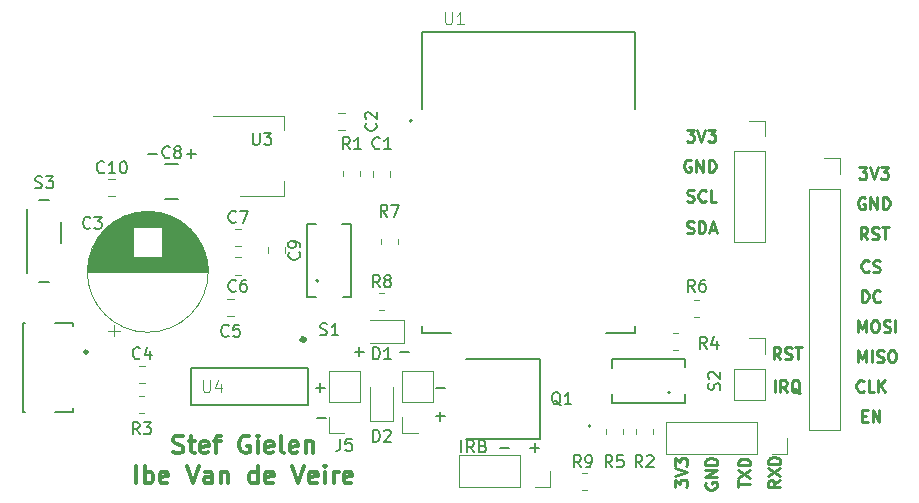
<source format=gto>
G04 #@! TF.GenerationSoftware,KiCad,Pcbnew,(5.1.9)-1*
G04 #@! TF.CreationDate,2021-04-11T12:01:03+02:00*
G04 #@! TF.ProjectId,mainboard,6d61696e-626f-4617-9264-2e6b69636164,rev?*
G04 #@! TF.SameCoordinates,Original*
G04 #@! TF.FileFunction,Legend,Top*
G04 #@! TF.FilePolarity,Positive*
%FSLAX46Y46*%
G04 Gerber Fmt 4.6, Leading zero omitted, Abs format (unit mm)*
G04 Created by KiCad (PCBNEW (5.1.9)-1) date 2021-04-11 12:01:03*
%MOMM*%
%LPD*%
G01*
G04 APERTURE LIST*
%ADD10C,0.150000*%
%ADD11C,0.250000*%
%ADD12C,0.300000*%
%ADD13C,0.127000*%
%ADD14C,0.200000*%
%ADD15C,0.120000*%
%ADD16C,0.203200*%
%ADD17C,0.406400*%
%ADD18C,0.015000*%
G04 APERTURE END LIST*
D10*
X106172047Y-107005428D02*
X106933952Y-107005428D01*
X106172047Y-109418428D02*
X106933952Y-109418428D01*
X106553000Y-109799380D02*
X106553000Y-109037476D01*
X96139047Y-109545428D02*
X96900952Y-109545428D01*
X96012047Y-107005428D02*
X96773952Y-107005428D01*
X96393000Y-107386380D02*
X96393000Y-106624476D01*
X114173047Y-112085428D02*
X114934952Y-112085428D01*
X114554000Y-112466380D02*
X114554000Y-111704476D01*
X111633047Y-112085428D02*
X112394952Y-112085428D01*
X108347000Y-112466380D02*
X108347000Y-111466380D01*
X109394619Y-112466380D02*
X109061285Y-111990190D01*
X108823190Y-112466380D02*
X108823190Y-111466380D01*
X109204142Y-111466380D01*
X109299380Y-111514000D01*
X109347000Y-111561619D01*
X109394619Y-111656857D01*
X109394619Y-111799714D01*
X109347000Y-111894952D01*
X109299380Y-111942571D01*
X109204142Y-111990190D01*
X108823190Y-111990190D01*
X110156523Y-111942571D02*
X110299380Y-111990190D01*
X110347000Y-112037809D01*
X110394619Y-112133047D01*
X110394619Y-112275904D01*
X110347000Y-112371142D01*
X110299380Y-112418761D01*
X110204142Y-112466380D01*
X109823190Y-112466380D01*
X109823190Y-111466380D01*
X110156523Y-111466380D01*
X110251761Y-111514000D01*
X110299380Y-111561619D01*
X110347000Y-111656857D01*
X110347000Y-111752095D01*
X110299380Y-111847333D01*
X110251761Y-111894952D01*
X110156523Y-111942571D01*
X109823190Y-111942571D01*
X85090047Y-87193428D02*
X85851952Y-87193428D01*
X85471000Y-87574380D02*
X85471000Y-86812476D01*
X81788047Y-87193428D02*
X82549952Y-87193428D01*
X99314047Y-103957428D02*
X100075952Y-103957428D01*
X99695000Y-104338380D02*
X99695000Y-103576476D01*
X103124047Y-103957428D02*
X103885952Y-103957428D01*
D11*
X127412904Y-85177380D02*
X128031952Y-85177380D01*
X127698619Y-85558333D01*
X127841476Y-85558333D01*
X127936714Y-85605952D01*
X127984333Y-85653571D01*
X128031952Y-85748809D01*
X128031952Y-85986904D01*
X127984333Y-86082142D01*
X127936714Y-86129761D01*
X127841476Y-86177380D01*
X127555761Y-86177380D01*
X127460523Y-86129761D01*
X127412904Y-86082142D01*
X128317666Y-85177380D02*
X128651000Y-86177380D01*
X128984333Y-85177380D01*
X129222428Y-85177380D02*
X129841476Y-85177380D01*
X129508142Y-85558333D01*
X129651000Y-85558333D01*
X129746238Y-85605952D01*
X129793857Y-85653571D01*
X129841476Y-85748809D01*
X129841476Y-85986904D01*
X129793857Y-86082142D01*
X129746238Y-86129761D01*
X129651000Y-86177380D01*
X129365285Y-86177380D01*
X129270047Y-86129761D01*
X129222428Y-86082142D01*
X127762095Y-87765000D02*
X127666857Y-87717380D01*
X127524000Y-87717380D01*
X127381142Y-87765000D01*
X127285904Y-87860238D01*
X127238285Y-87955476D01*
X127190666Y-88145952D01*
X127190666Y-88288809D01*
X127238285Y-88479285D01*
X127285904Y-88574523D01*
X127381142Y-88669761D01*
X127524000Y-88717380D01*
X127619238Y-88717380D01*
X127762095Y-88669761D01*
X127809714Y-88622142D01*
X127809714Y-88288809D01*
X127619238Y-88288809D01*
X128238285Y-88717380D02*
X128238285Y-87717380D01*
X128809714Y-88717380D01*
X128809714Y-87717380D01*
X129285904Y-88717380D02*
X129285904Y-87717380D01*
X129524000Y-87717380D01*
X129666857Y-87765000D01*
X129762095Y-87860238D01*
X129809714Y-87955476D01*
X129857333Y-88145952D01*
X129857333Y-88288809D01*
X129809714Y-88479285D01*
X129762095Y-88574523D01*
X129666857Y-88669761D01*
X129524000Y-88717380D01*
X129285904Y-88717380D01*
X127460523Y-91209761D02*
X127603380Y-91257380D01*
X127841476Y-91257380D01*
X127936714Y-91209761D01*
X127984333Y-91162142D01*
X128031952Y-91066904D01*
X128031952Y-90971666D01*
X127984333Y-90876428D01*
X127936714Y-90828809D01*
X127841476Y-90781190D01*
X127651000Y-90733571D01*
X127555761Y-90685952D01*
X127508142Y-90638333D01*
X127460523Y-90543095D01*
X127460523Y-90447857D01*
X127508142Y-90352619D01*
X127555761Y-90305000D01*
X127651000Y-90257380D01*
X127889095Y-90257380D01*
X128031952Y-90305000D01*
X129031952Y-91162142D02*
X128984333Y-91209761D01*
X128841476Y-91257380D01*
X128746238Y-91257380D01*
X128603380Y-91209761D01*
X128508142Y-91114523D01*
X128460523Y-91019285D01*
X128412904Y-90828809D01*
X128412904Y-90685952D01*
X128460523Y-90495476D01*
X128508142Y-90400238D01*
X128603380Y-90305000D01*
X128746238Y-90257380D01*
X128841476Y-90257380D01*
X128984333Y-90305000D01*
X129031952Y-90352619D01*
X129936714Y-91257380D02*
X129460523Y-91257380D01*
X129460523Y-90257380D01*
X127436714Y-93876761D02*
X127579571Y-93924380D01*
X127817666Y-93924380D01*
X127912904Y-93876761D01*
X127960523Y-93829142D01*
X128008142Y-93733904D01*
X128008142Y-93638666D01*
X127960523Y-93543428D01*
X127912904Y-93495809D01*
X127817666Y-93448190D01*
X127627190Y-93400571D01*
X127531952Y-93352952D01*
X127484333Y-93305333D01*
X127436714Y-93210095D01*
X127436714Y-93114857D01*
X127484333Y-93019619D01*
X127531952Y-92972000D01*
X127627190Y-92924380D01*
X127865285Y-92924380D01*
X128008142Y-92972000D01*
X128436714Y-93924380D02*
X128436714Y-92924380D01*
X128674809Y-92924380D01*
X128817666Y-92972000D01*
X128912904Y-93067238D01*
X128960523Y-93162476D01*
X129008142Y-93352952D01*
X129008142Y-93495809D01*
X128960523Y-93686285D01*
X128912904Y-93781523D01*
X128817666Y-93876761D01*
X128674809Y-93924380D01*
X128436714Y-93924380D01*
X129389095Y-93638666D02*
X129865285Y-93638666D01*
X129293857Y-93924380D02*
X129627190Y-92924380D01*
X129960523Y-93924380D01*
X142017904Y-88352380D02*
X142636952Y-88352380D01*
X142303619Y-88733333D01*
X142446476Y-88733333D01*
X142541714Y-88780952D01*
X142589333Y-88828571D01*
X142636952Y-88923809D01*
X142636952Y-89161904D01*
X142589333Y-89257142D01*
X142541714Y-89304761D01*
X142446476Y-89352380D01*
X142160761Y-89352380D01*
X142065523Y-89304761D01*
X142017904Y-89257142D01*
X142922666Y-88352380D02*
X143256000Y-89352380D01*
X143589333Y-88352380D01*
X143827428Y-88352380D02*
X144446476Y-88352380D01*
X144113142Y-88733333D01*
X144256000Y-88733333D01*
X144351238Y-88780952D01*
X144398857Y-88828571D01*
X144446476Y-88923809D01*
X144446476Y-89161904D01*
X144398857Y-89257142D01*
X144351238Y-89304761D01*
X144256000Y-89352380D01*
X143970285Y-89352380D01*
X143875047Y-89304761D01*
X143827428Y-89257142D01*
X142494095Y-90940000D02*
X142398857Y-90892380D01*
X142256000Y-90892380D01*
X142113142Y-90940000D01*
X142017904Y-91035238D01*
X141970285Y-91130476D01*
X141922666Y-91320952D01*
X141922666Y-91463809D01*
X141970285Y-91654285D01*
X142017904Y-91749523D01*
X142113142Y-91844761D01*
X142256000Y-91892380D01*
X142351238Y-91892380D01*
X142494095Y-91844761D01*
X142541714Y-91797142D01*
X142541714Y-91463809D01*
X142351238Y-91463809D01*
X142970285Y-91892380D02*
X142970285Y-90892380D01*
X143541714Y-91892380D01*
X143541714Y-90892380D01*
X144017904Y-91892380D02*
X144017904Y-90892380D01*
X144256000Y-90892380D01*
X144398857Y-90940000D01*
X144494095Y-91035238D01*
X144541714Y-91130476D01*
X144589333Y-91320952D01*
X144589333Y-91463809D01*
X144541714Y-91654285D01*
X144494095Y-91749523D01*
X144398857Y-91844761D01*
X144256000Y-91892380D01*
X144017904Y-91892380D01*
X142708380Y-94432380D02*
X142375047Y-93956190D01*
X142136952Y-94432380D02*
X142136952Y-93432380D01*
X142517904Y-93432380D01*
X142613142Y-93480000D01*
X142660761Y-93527619D01*
X142708380Y-93622857D01*
X142708380Y-93765714D01*
X142660761Y-93860952D01*
X142613142Y-93908571D01*
X142517904Y-93956190D01*
X142136952Y-93956190D01*
X143089333Y-94384761D02*
X143232190Y-94432380D01*
X143470285Y-94432380D01*
X143565523Y-94384761D01*
X143613142Y-94337142D01*
X143660761Y-94241904D01*
X143660761Y-94146666D01*
X143613142Y-94051428D01*
X143565523Y-94003809D01*
X143470285Y-93956190D01*
X143279809Y-93908571D01*
X143184571Y-93860952D01*
X143136952Y-93813333D01*
X143089333Y-93718095D01*
X143089333Y-93622857D01*
X143136952Y-93527619D01*
X143184571Y-93480000D01*
X143279809Y-93432380D01*
X143517904Y-93432380D01*
X143660761Y-93480000D01*
X143946476Y-93432380D02*
X144517904Y-93432380D01*
X144232190Y-94432380D02*
X144232190Y-93432380D01*
X142835333Y-97131142D02*
X142787714Y-97178761D01*
X142644857Y-97226380D01*
X142549619Y-97226380D01*
X142406761Y-97178761D01*
X142311523Y-97083523D01*
X142263904Y-96988285D01*
X142216285Y-96797809D01*
X142216285Y-96654952D01*
X142263904Y-96464476D01*
X142311523Y-96369238D01*
X142406761Y-96274000D01*
X142549619Y-96226380D01*
X142644857Y-96226380D01*
X142787714Y-96274000D01*
X142835333Y-96321619D01*
X143216285Y-97178761D02*
X143359142Y-97226380D01*
X143597238Y-97226380D01*
X143692476Y-97178761D01*
X143740095Y-97131142D01*
X143787714Y-97035904D01*
X143787714Y-96940666D01*
X143740095Y-96845428D01*
X143692476Y-96797809D01*
X143597238Y-96750190D01*
X143406761Y-96702571D01*
X143311523Y-96654952D01*
X143263904Y-96607333D01*
X143216285Y-96512095D01*
X143216285Y-96416857D01*
X143263904Y-96321619D01*
X143311523Y-96274000D01*
X143406761Y-96226380D01*
X143644857Y-96226380D01*
X143787714Y-96274000D01*
X142240095Y-99766380D02*
X142240095Y-98766380D01*
X142478190Y-98766380D01*
X142621047Y-98814000D01*
X142716285Y-98909238D01*
X142763904Y-99004476D01*
X142811523Y-99194952D01*
X142811523Y-99337809D01*
X142763904Y-99528285D01*
X142716285Y-99623523D01*
X142621047Y-99718761D01*
X142478190Y-99766380D01*
X142240095Y-99766380D01*
X143811523Y-99671142D02*
X143763904Y-99718761D01*
X143621047Y-99766380D01*
X143525809Y-99766380D01*
X143382952Y-99718761D01*
X143287714Y-99623523D01*
X143240095Y-99528285D01*
X143192476Y-99337809D01*
X143192476Y-99194952D01*
X143240095Y-99004476D01*
X143287714Y-98909238D01*
X143382952Y-98814000D01*
X143525809Y-98766380D01*
X143621047Y-98766380D01*
X143763904Y-98814000D01*
X143811523Y-98861619D01*
X141938571Y-102306380D02*
X141938571Y-101306380D01*
X142271904Y-102020666D01*
X142605238Y-101306380D01*
X142605238Y-102306380D01*
X143271904Y-101306380D02*
X143462380Y-101306380D01*
X143557619Y-101354000D01*
X143652857Y-101449238D01*
X143700476Y-101639714D01*
X143700476Y-101973047D01*
X143652857Y-102163523D01*
X143557619Y-102258761D01*
X143462380Y-102306380D01*
X143271904Y-102306380D01*
X143176666Y-102258761D01*
X143081428Y-102163523D01*
X143033809Y-101973047D01*
X143033809Y-101639714D01*
X143081428Y-101449238D01*
X143176666Y-101354000D01*
X143271904Y-101306380D01*
X144081428Y-102258761D02*
X144224285Y-102306380D01*
X144462380Y-102306380D01*
X144557619Y-102258761D01*
X144605238Y-102211142D01*
X144652857Y-102115904D01*
X144652857Y-102020666D01*
X144605238Y-101925428D01*
X144557619Y-101877809D01*
X144462380Y-101830190D01*
X144271904Y-101782571D01*
X144176666Y-101734952D01*
X144129047Y-101687333D01*
X144081428Y-101592095D01*
X144081428Y-101496857D01*
X144129047Y-101401619D01*
X144176666Y-101354000D01*
X144271904Y-101306380D01*
X144510000Y-101306380D01*
X144652857Y-101354000D01*
X145081428Y-102306380D02*
X145081428Y-101306380D01*
X141938571Y-104846380D02*
X141938571Y-103846380D01*
X142271904Y-104560666D01*
X142605238Y-103846380D01*
X142605238Y-104846380D01*
X143081428Y-104846380D02*
X143081428Y-103846380D01*
X143510000Y-104798761D02*
X143652857Y-104846380D01*
X143890952Y-104846380D01*
X143986190Y-104798761D01*
X144033809Y-104751142D01*
X144081428Y-104655904D01*
X144081428Y-104560666D01*
X144033809Y-104465428D01*
X143986190Y-104417809D01*
X143890952Y-104370190D01*
X143700476Y-104322571D01*
X143605238Y-104274952D01*
X143557619Y-104227333D01*
X143510000Y-104132095D01*
X143510000Y-104036857D01*
X143557619Y-103941619D01*
X143605238Y-103894000D01*
X143700476Y-103846380D01*
X143938571Y-103846380D01*
X144081428Y-103894000D01*
X144700476Y-103846380D02*
X144890952Y-103846380D01*
X144986190Y-103894000D01*
X145081428Y-103989238D01*
X145129047Y-104179714D01*
X145129047Y-104513047D01*
X145081428Y-104703523D01*
X144986190Y-104798761D01*
X144890952Y-104846380D01*
X144700476Y-104846380D01*
X144605238Y-104798761D01*
X144510000Y-104703523D01*
X144462380Y-104513047D01*
X144462380Y-104179714D01*
X144510000Y-103989238D01*
X144605238Y-103894000D01*
X144700476Y-103846380D01*
X142406761Y-107291142D02*
X142359142Y-107338761D01*
X142216285Y-107386380D01*
X142121047Y-107386380D01*
X141978190Y-107338761D01*
X141882952Y-107243523D01*
X141835333Y-107148285D01*
X141787714Y-106957809D01*
X141787714Y-106814952D01*
X141835333Y-106624476D01*
X141882952Y-106529238D01*
X141978190Y-106434000D01*
X142121047Y-106386380D01*
X142216285Y-106386380D01*
X142359142Y-106434000D01*
X142406761Y-106481619D01*
X143311523Y-107386380D02*
X142835333Y-107386380D01*
X142835333Y-106386380D01*
X143644857Y-107386380D02*
X143644857Y-106386380D01*
X144216285Y-107386380D02*
X143787714Y-106814952D01*
X144216285Y-106386380D02*
X143644857Y-106957809D01*
X142263904Y-109402571D02*
X142597238Y-109402571D01*
X142740095Y-109926380D02*
X142263904Y-109926380D01*
X142263904Y-108926380D01*
X142740095Y-108926380D01*
X143168666Y-109926380D02*
X143168666Y-108926380D01*
X143740095Y-109926380D01*
X143740095Y-108926380D01*
D12*
X83951714Y-112489142D02*
X84166000Y-112560571D01*
X84523142Y-112560571D01*
X84666000Y-112489142D01*
X84737428Y-112417714D01*
X84808857Y-112274857D01*
X84808857Y-112132000D01*
X84737428Y-111989142D01*
X84666000Y-111917714D01*
X84523142Y-111846285D01*
X84237428Y-111774857D01*
X84094571Y-111703428D01*
X84023142Y-111632000D01*
X83951714Y-111489142D01*
X83951714Y-111346285D01*
X84023142Y-111203428D01*
X84094571Y-111132000D01*
X84237428Y-111060571D01*
X84594571Y-111060571D01*
X84808857Y-111132000D01*
X85237428Y-111560571D02*
X85808857Y-111560571D01*
X85451714Y-111060571D02*
X85451714Y-112346285D01*
X85523142Y-112489142D01*
X85666000Y-112560571D01*
X85808857Y-112560571D01*
X86880285Y-112489142D02*
X86737428Y-112560571D01*
X86451714Y-112560571D01*
X86308857Y-112489142D01*
X86237428Y-112346285D01*
X86237428Y-111774857D01*
X86308857Y-111632000D01*
X86451714Y-111560571D01*
X86737428Y-111560571D01*
X86880285Y-111632000D01*
X86951714Y-111774857D01*
X86951714Y-111917714D01*
X86237428Y-112060571D01*
X87380285Y-111560571D02*
X87951714Y-111560571D01*
X87594571Y-112560571D02*
X87594571Y-111274857D01*
X87666000Y-111132000D01*
X87808857Y-111060571D01*
X87951714Y-111060571D01*
X90380285Y-111132000D02*
X90237428Y-111060571D01*
X90023142Y-111060571D01*
X89808857Y-111132000D01*
X89666000Y-111274857D01*
X89594571Y-111417714D01*
X89523142Y-111703428D01*
X89523142Y-111917714D01*
X89594571Y-112203428D01*
X89666000Y-112346285D01*
X89808857Y-112489142D01*
X90023142Y-112560571D01*
X90166000Y-112560571D01*
X90380285Y-112489142D01*
X90451714Y-112417714D01*
X90451714Y-111917714D01*
X90166000Y-111917714D01*
X91094571Y-112560571D02*
X91094571Y-111560571D01*
X91094571Y-111060571D02*
X91023142Y-111132000D01*
X91094571Y-111203428D01*
X91166000Y-111132000D01*
X91094571Y-111060571D01*
X91094571Y-111203428D01*
X92380285Y-112489142D02*
X92237428Y-112560571D01*
X91951714Y-112560571D01*
X91808857Y-112489142D01*
X91737428Y-112346285D01*
X91737428Y-111774857D01*
X91808857Y-111632000D01*
X91951714Y-111560571D01*
X92237428Y-111560571D01*
X92380285Y-111632000D01*
X92451714Y-111774857D01*
X92451714Y-111917714D01*
X91737428Y-112060571D01*
X93308857Y-112560571D02*
X93166000Y-112489142D01*
X93094571Y-112346285D01*
X93094571Y-111060571D01*
X94451714Y-112489142D02*
X94308857Y-112560571D01*
X94023142Y-112560571D01*
X93880285Y-112489142D01*
X93808857Y-112346285D01*
X93808857Y-111774857D01*
X93880285Y-111632000D01*
X94023142Y-111560571D01*
X94308857Y-111560571D01*
X94451714Y-111632000D01*
X94523142Y-111774857D01*
X94523142Y-111917714D01*
X93808857Y-112060571D01*
X95166000Y-111560571D02*
X95166000Y-112560571D01*
X95166000Y-111703428D02*
X95237428Y-111632000D01*
X95380285Y-111560571D01*
X95594571Y-111560571D01*
X95737428Y-111632000D01*
X95808857Y-111774857D01*
X95808857Y-112560571D01*
X80808857Y-115110571D02*
X80808857Y-113610571D01*
X81523142Y-115110571D02*
X81523142Y-113610571D01*
X81523142Y-114182000D02*
X81666000Y-114110571D01*
X81951714Y-114110571D01*
X82094571Y-114182000D01*
X82166000Y-114253428D01*
X82237428Y-114396285D01*
X82237428Y-114824857D01*
X82166000Y-114967714D01*
X82094571Y-115039142D01*
X81951714Y-115110571D01*
X81666000Y-115110571D01*
X81523142Y-115039142D01*
X83451714Y-115039142D02*
X83308857Y-115110571D01*
X83023142Y-115110571D01*
X82880285Y-115039142D01*
X82808857Y-114896285D01*
X82808857Y-114324857D01*
X82880285Y-114182000D01*
X83023142Y-114110571D01*
X83308857Y-114110571D01*
X83451714Y-114182000D01*
X83523142Y-114324857D01*
X83523142Y-114467714D01*
X82808857Y-114610571D01*
X85094571Y-113610571D02*
X85594571Y-115110571D01*
X86094571Y-113610571D01*
X87237428Y-115110571D02*
X87237428Y-114324857D01*
X87166000Y-114182000D01*
X87023142Y-114110571D01*
X86737428Y-114110571D01*
X86594571Y-114182000D01*
X87237428Y-115039142D02*
X87094571Y-115110571D01*
X86737428Y-115110571D01*
X86594571Y-115039142D01*
X86523142Y-114896285D01*
X86523142Y-114753428D01*
X86594571Y-114610571D01*
X86737428Y-114539142D01*
X87094571Y-114539142D01*
X87237428Y-114467714D01*
X87951714Y-114110571D02*
X87951714Y-115110571D01*
X87951714Y-114253428D02*
X88023142Y-114182000D01*
X88166000Y-114110571D01*
X88380285Y-114110571D01*
X88523142Y-114182000D01*
X88594571Y-114324857D01*
X88594571Y-115110571D01*
X91094571Y-115110571D02*
X91094571Y-113610571D01*
X91094571Y-115039142D02*
X90951714Y-115110571D01*
X90666000Y-115110571D01*
X90523142Y-115039142D01*
X90451714Y-114967714D01*
X90380285Y-114824857D01*
X90380285Y-114396285D01*
X90451714Y-114253428D01*
X90523142Y-114182000D01*
X90666000Y-114110571D01*
X90951714Y-114110571D01*
X91094571Y-114182000D01*
X92380285Y-115039142D02*
X92237428Y-115110571D01*
X91951714Y-115110571D01*
X91808857Y-115039142D01*
X91737428Y-114896285D01*
X91737428Y-114324857D01*
X91808857Y-114182000D01*
X91951714Y-114110571D01*
X92237428Y-114110571D01*
X92380285Y-114182000D01*
X92451714Y-114324857D01*
X92451714Y-114467714D01*
X91737428Y-114610571D01*
X94023142Y-113610571D02*
X94523142Y-115110571D01*
X95023142Y-113610571D01*
X96094571Y-115039142D02*
X95951714Y-115110571D01*
X95666000Y-115110571D01*
X95523142Y-115039142D01*
X95451714Y-114896285D01*
X95451714Y-114324857D01*
X95523142Y-114182000D01*
X95666000Y-114110571D01*
X95951714Y-114110571D01*
X96094571Y-114182000D01*
X96166000Y-114324857D01*
X96166000Y-114467714D01*
X95451714Y-114610571D01*
X96808857Y-115110571D02*
X96808857Y-114110571D01*
X96808857Y-113610571D02*
X96737428Y-113682000D01*
X96808857Y-113753428D01*
X96880285Y-113682000D01*
X96808857Y-113610571D01*
X96808857Y-113753428D01*
X97523142Y-115110571D02*
X97523142Y-114110571D01*
X97523142Y-114396285D02*
X97594571Y-114253428D01*
X97666000Y-114182000D01*
X97808857Y-114110571D01*
X97951714Y-114110571D01*
X99023142Y-115039142D02*
X98880285Y-115110571D01*
X98594571Y-115110571D01*
X98451714Y-115039142D01*
X98380285Y-114896285D01*
X98380285Y-114324857D01*
X98451714Y-114182000D01*
X98594571Y-114110571D01*
X98880285Y-114110571D01*
X99023142Y-114182000D01*
X99094571Y-114324857D01*
X99094571Y-114467714D01*
X98380285Y-114610571D01*
D11*
X135342380Y-104592380D02*
X135009047Y-104116190D01*
X134770952Y-104592380D02*
X134770952Y-103592380D01*
X135151904Y-103592380D01*
X135247142Y-103640000D01*
X135294761Y-103687619D01*
X135342380Y-103782857D01*
X135342380Y-103925714D01*
X135294761Y-104020952D01*
X135247142Y-104068571D01*
X135151904Y-104116190D01*
X134770952Y-104116190D01*
X135723333Y-104544761D02*
X135866190Y-104592380D01*
X136104285Y-104592380D01*
X136199523Y-104544761D01*
X136247142Y-104497142D01*
X136294761Y-104401904D01*
X136294761Y-104306666D01*
X136247142Y-104211428D01*
X136199523Y-104163809D01*
X136104285Y-104116190D01*
X135913809Y-104068571D01*
X135818571Y-104020952D01*
X135770952Y-103973333D01*
X135723333Y-103878095D01*
X135723333Y-103782857D01*
X135770952Y-103687619D01*
X135818571Y-103640000D01*
X135913809Y-103592380D01*
X136151904Y-103592380D01*
X136294761Y-103640000D01*
X136580476Y-103592380D02*
X137151904Y-103592380D01*
X136866190Y-104592380D02*
X136866190Y-103592380D01*
X134866190Y-107386380D02*
X134866190Y-106386380D01*
X135913809Y-107386380D02*
X135580476Y-106910190D01*
X135342380Y-107386380D02*
X135342380Y-106386380D01*
X135723333Y-106386380D01*
X135818571Y-106434000D01*
X135866190Y-106481619D01*
X135913809Y-106576857D01*
X135913809Y-106719714D01*
X135866190Y-106814952D01*
X135818571Y-106862571D01*
X135723333Y-106910190D01*
X135342380Y-106910190D01*
X137009047Y-107481619D02*
X136913809Y-107434000D01*
X136818571Y-107338761D01*
X136675714Y-107195904D01*
X136580476Y-107148285D01*
X136485238Y-107148285D01*
X136532857Y-107386380D02*
X136437619Y-107338761D01*
X136342380Y-107243523D01*
X136294761Y-107053047D01*
X136294761Y-106719714D01*
X136342380Y-106529238D01*
X136437619Y-106434000D01*
X136532857Y-106386380D01*
X136723333Y-106386380D01*
X136818571Y-106434000D01*
X136913809Y-106529238D01*
X136961428Y-106719714D01*
X136961428Y-107053047D01*
X136913809Y-107243523D01*
X136818571Y-107338761D01*
X136723333Y-107386380D01*
X136532857Y-107386380D01*
X135326380Y-114839666D02*
X134850190Y-115173000D01*
X135326380Y-115411095D02*
X134326380Y-115411095D01*
X134326380Y-115030142D01*
X134374000Y-114934904D01*
X134421619Y-114887285D01*
X134516857Y-114839666D01*
X134659714Y-114839666D01*
X134754952Y-114887285D01*
X134802571Y-114934904D01*
X134850190Y-115030142D01*
X134850190Y-115411095D01*
X134326380Y-114506333D02*
X135326380Y-113839666D01*
X134326380Y-113839666D02*
X135326380Y-114506333D01*
X135326380Y-113458714D02*
X134326380Y-113458714D01*
X134326380Y-113220619D01*
X134374000Y-113077761D01*
X134469238Y-112982523D01*
X134564476Y-112934904D01*
X134754952Y-112887285D01*
X134897809Y-112887285D01*
X135088285Y-112934904D01*
X135183523Y-112982523D01*
X135278761Y-113077761D01*
X135326380Y-113220619D01*
X135326380Y-113458714D01*
X131786380Y-115434904D02*
X131786380Y-114863476D01*
X132786380Y-115149190D02*
X131786380Y-115149190D01*
X131786380Y-114625380D02*
X132786380Y-113958714D01*
X131786380Y-113958714D02*
X132786380Y-114625380D01*
X132786380Y-113577761D02*
X131786380Y-113577761D01*
X131786380Y-113339666D01*
X131834000Y-113196809D01*
X131929238Y-113101571D01*
X132024476Y-113053952D01*
X132214952Y-113006333D01*
X132357809Y-113006333D01*
X132548285Y-113053952D01*
X132643523Y-113101571D01*
X132738761Y-113196809D01*
X132786380Y-113339666D01*
X132786380Y-113577761D01*
X129040000Y-115061904D02*
X128992380Y-115157142D01*
X128992380Y-115300000D01*
X129040000Y-115442857D01*
X129135238Y-115538095D01*
X129230476Y-115585714D01*
X129420952Y-115633333D01*
X129563809Y-115633333D01*
X129754285Y-115585714D01*
X129849523Y-115538095D01*
X129944761Y-115442857D01*
X129992380Y-115300000D01*
X129992380Y-115204761D01*
X129944761Y-115061904D01*
X129897142Y-115014285D01*
X129563809Y-115014285D01*
X129563809Y-115204761D01*
X129992380Y-114585714D02*
X128992380Y-114585714D01*
X129992380Y-114014285D01*
X128992380Y-114014285D01*
X129992380Y-113538095D02*
X128992380Y-113538095D01*
X128992380Y-113300000D01*
X129040000Y-113157142D01*
X129135238Y-113061904D01*
X129230476Y-113014285D01*
X129420952Y-112966666D01*
X129563809Y-112966666D01*
X129754285Y-113014285D01*
X129849523Y-113061904D01*
X129944761Y-113157142D01*
X129992380Y-113300000D01*
X129992380Y-113538095D01*
X126452380Y-115411095D02*
X126452380Y-114792047D01*
X126833333Y-115125380D01*
X126833333Y-114982523D01*
X126880952Y-114887285D01*
X126928571Y-114839666D01*
X127023809Y-114792047D01*
X127261904Y-114792047D01*
X127357142Y-114839666D01*
X127404761Y-114887285D01*
X127452380Y-114982523D01*
X127452380Y-115268238D01*
X127404761Y-115363476D01*
X127357142Y-115411095D01*
X126452380Y-114506333D02*
X127452380Y-114173000D01*
X126452380Y-113839666D01*
X126452380Y-113601571D02*
X126452380Y-112982523D01*
X126833333Y-113315857D01*
X126833333Y-113173000D01*
X126880952Y-113077761D01*
X126928571Y-113030142D01*
X127023809Y-112982523D01*
X127261904Y-112982523D01*
X127357142Y-113030142D01*
X127404761Y-113077761D01*
X127452380Y-113173000D01*
X127452380Y-113458714D01*
X127404761Y-113553952D01*
X127357142Y-113601571D01*
D13*
X123046000Y-76912000D02*
X123046000Y-83412000D01*
X105046000Y-76912000D02*
X123046000Y-76912000D01*
X105046000Y-83412000D02*
X105046000Y-76912000D01*
X123046000Y-102412000D02*
X123046000Y-101762000D01*
X120596000Y-102412000D02*
X123046000Y-102412000D01*
X105046000Y-102412000D02*
X107496000Y-102412000D01*
X105046000Y-101762000D02*
X105046000Y-102412000D01*
D14*
X104146000Y-84412000D02*
G75*
G03*
X104146000Y-84412000I-100000J0D01*
G01*
D15*
X100640000Y-106950000D02*
X100640000Y-109810000D01*
X100640000Y-109810000D02*
X102560000Y-109810000D01*
X102560000Y-109810000D02*
X102560000Y-106950000D01*
X118972064Y-114200000D02*
X118517936Y-114200000D01*
X118972064Y-115670000D02*
X118517936Y-115670000D01*
X132715000Y-84395000D02*
X134045000Y-84395000D01*
X134045000Y-84395000D02*
X134045000Y-85725000D01*
X134045000Y-86995000D02*
X134045000Y-94675000D01*
X131385000Y-94675000D02*
X134045000Y-94675000D01*
X131385000Y-86995000D02*
X131385000Y-94675000D01*
X131385000Y-86995000D02*
X134045000Y-86995000D01*
D13*
X84370000Y-88035000D02*
X83270000Y-88035000D01*
X84370000Y-91035000D02*
X83270000Y-91035000D01*
D15*
X78413000Y-102174646D02*
X79413000Y-102174646D01*
X78913000Y-102674646D02*
X78913000Y-101674646D01*
X81189000Y-92114000D02*
X82387000Y-92114000D01*
X80926000Y-92154000D02*
X82650000Y-92154000D01*
X80726000Y-92194000D02*
X82850000Y-92194000D01*
X80558000Y-92234000D02*
X83018000Y-92234000D01*
X80410000Y-92274000D02*
X83166000Y-92274000D01*
X80278000Y-92314000D02*
X83298000Y-92314000D01*
X80158000Y-92354000D02*
X83418000Y-92354000D01*
X80046000Y-92394000D02*
X83530000Y-92394000D01*
X79942000Y-92434000D02*
X83634000Y-92434000D01*
X79844000Y-92474000D02*
X83732000Y-92474000D01*
X79751000Y-92514000D02*
X83825000Y-92514000D01*
X79663000Y-92554000D02*
X83913000Y-92554000D01*
X79579000Y-92594000D02*
X83997000Y-92594000D01*
X79499000Y-92634000D02*
X84077000Y-92634000D01*
X79423000Y-92674000D02*
X84153000Y-92674000D01*
X79349000Y-92714000D02*
X84227000Y-92714000D01*
X79278000Y-92754000D02*
X84298000Y-92754000D01*
X79209000Y-92794000D02*
X84367000Y-92794000D01*
X79143000Y-92834000D02*
X84433000Y-92834000D01*
X79079000Y-92874000D02*
X84497000Y-92874000D01*
X79018000Y-92914000D02*
X84558000Y-92914000D01*
X78958000Y-92954000D02*
X84618000Y-92954000D01*
X78899000Y-92994000D02*
X84677000Y-92994000D01*
X78843000Y-93034000D02*
X84733000Y-93034000D01*
X78788000Y-93074000D02*
X84788000Y-93074000D01*
X78734000Y-93114000D02*
X84842000Y-93114000D01*
X78682000Y-93154000D02*
X84894000Y-93154000D01*
X78632000Y-93194000D02*
X84944000Y-93194000D01*
X78582000Y-93234000D02*
X84994000Y-93234000D01*
X78534000Y-93274000D02*
X85042000Y-93274000D01*
X78487000Y-93314000D02*
X85089000Y-93314000D01*
X78441000Y-93354000D02*
X85135000Y-93354000D01*
X78396000Y-93394000D02*
X85180000Y-93394000D01*
X78352000Y-93434000D02*
X85224000Y-93434000D01*
X83029000Y-93474000D02*
X85266000Y-93474000D01*
X78310000Y-93474000D02*
X80547000Y-93474000D01*
X83029000Y-93514000D02*
X85308000Y-93514000D01*
X78268000Y-93514000D02*
X80547000Y-93514000D01*
X83029000Y-93554000D02*
X85349000Y-93554000D01*
X78227000Y-93554000D02*
X80547000Y-93554000D01*
X83029000Y-93594000D02*
X85389000Y-93594000D01*
X78187000Y-93594000D02*
X80547000Y-93594000D01*
X83029000Y-93634000D02*
X85428000Y-93634000D01*
X78148000Y-93634000D02*
X80547000Y-93634000D01*
X83029000Y-93674000D02*
X85467000Y-93674000D01*
X78109000Y-93674000D02*
X80547000Y-93674000D01*
X83029000Y-93714000D02*
X85504000Y-93714000D01*
X78072000Y-93714000D02*
X80547000Y-93714000D01*
X83029000Y-93754000D02*
X85541000Y-93754000D01*
X78035000Y-93754000D02*
X80547000Y-93754000D01*
X83029000Y-93794000D02*
X85577000Y-93794000D01*
X77999000Y-93794000D02*
X80547000Y-93794000D01*
X83029000Y-93834000D02*
X85612000Y-93834000D01*
X77964000Y-93834000D02*
X80547000Y-93834000D01*
X83029000Y-93874000D02*
X85646000Y-93874000D01*
X77930000Y-93874000D02*
X80547000Y-93874000D01*
X83029000Y-93914000D02*
X85680000Y-93914000D01*
X77896000Y-93914000D02*
X80547000Y-93914000D01*
X83029000Y-93954000D02*
X85713000Y-93954000D01*
X77863000Y-93954000D02*
X80547000Y-93954000D01*
X83029000Y-93994000D02*
X85745000Y-93994000D01*
X77831000Y-93994000D02*
X80547000Y-93994000D01*
X83029000Y-94034000D02*
X85777000Y-94034000D01*
X77799000Y-94034000D02*
X80547000Y-94034000D01*
X83029000Y-94074000D02*
X85808000Y-94074000D01*
X77768000Y-94074000D02*
X80547000Y-94074000D01*
X83029000Y-94114000D02*
X85838000Y-94114000D01*
X77738000Y-94114000D02*
X80547000Y-94114000D01*
X83029000Y-94154000D02*
X85868000Y-94154000D01*
X77708000Y-94154000D02*
X80547000Y-94154000D01*
X83029000Y-94194000D02*
X85898000Y-94194000D01*
X77678000Y-94194000D02*
X80547000Y-94194000D01*
X83029000Y-94234000D02*
X85926000Y-94234000D01*
X77650000Y-94234000D02*
X80547000Y-94234000D01*
X83029000Y-94274000D02*
X85954000Y-94274000D01*
X77622000Y-94274000D02*
X80547000Y-94274000D01*
X83029000Y-94314000D02*
X85982000Y-94314000D01*
X77594000Y-94314000D02*
X80547000Y-94314000D01*
X83029000Y-94354000D02*
X86009000Y-94354000D01*
X77567000Y-94354000D02*
X80547000Y-94354000D01*
X83029000Y-94394000D02*
X86035000Y-94394000D01*
X77541000Y-94394000D02*
X80547000Y-94394000D01*
X83029000Y-94434000D02*
X86061000Y-94434000D01*
X77515000Y-94434000D02*
X80547000Y-94434000D01*
X83029000Y-94474000D02*
X86086000Y-94474000D01*
X77490000Y-94474000D02*
X80547000Y-94474000D01*
X83029000Y-94514000D02*
X86111000Y-94514000D01*
X77465000Y-94514000D02*
X80547000Y-94514000D01*
X83029000Y-94554000D02*
X86135000Y-94554000D01*
X77441000Y-94554000D02*
X80547000Y-94554000D01*
X83029000Y-94594000D02*
X86159000Y-94594000D01*
X77417000Y-94594000D02*
X80547000Y-94594000D01*
X83029000Y-94634000D02*
X86183000Y-94634000D01*
X77393000Y-94634000D02*
X80547000Y-94634000D01*
X83029000Y-94674000D02*
X86205000Y-94674000D01*
X77371000Y-94674000D02*
X80547000Y-94674000D01*
X83029000Y-94714000D02*
X86228000Y-94714000D01*
X77348000Y-94714000D02*
X80547000Y-94714000D01*
X83029000Y-94754000D02*
X86250000Y-94754000D01*
X77326000Y-94754000D02*
X80547000Y-94754000D01*
X83029000Y-94794000D02*
X86271000Y-94794000D01*
X77305000Y-94794000D02*
X80547000Y-94794000D01*
X83029000Y-94834000D02*
X86292000Y-94834000D01*
X77284000Y-94834000D02*
X80547000Y-94834000D01*
X83029000Y-94874000D02*
X86313000Y-94874000D01*
X77263000Y-94874000D02*
X80547000Y-94874000D01*
X83029000Y-94914000D02*
X86333000Y-94914000D01*
X77243000Y-94914000D02*
X80547000Y-94914000D01*
X83029000Y-94954000D02*
X86352000Y-94954000D01*
X77224000Y-94954000D02*
X80547000Y-94954000D01*
X83029000Y-94994000D02*
X86372000Y-94994000D01*
X77204000Y-94994000D02*
X80547000Y-94994000D01*
X83029000Y-95034000D02*
X86391000Y-95034000D01*
X77185000Y-95034000D02*
X80547000Y-95034000D01*
X83029000Y-95074000D02*
X86409000Y-95074000D01*
X77167000Y-95074000D02*
X80547000Y-95074000D01*
X83029000Y-95114000D02*
X86427000Y-95114000D01*
X77149000Y-95114000D02*
X80547000Y-95114000D01*
X83029000Y-95154000D02*
X86445000Y-95154000D01*
X77131000Y-95154000D02*
X80547000Y-95154000D01*
X83029000Y-95194000D02*
X86462000Y-95194000D01*
X77114000Y-95194000D02*
X80547000Y-95194000D01*
X83029000Y-95234000D02*
X86478000Y-95234000D01*
X77098000Y-95234000D02*
X80547000Y-95234000D01*
X83029000Y-95274000D02*
X86495000Y-95274000D01*
X77081000Y-95274000D02*
X80547000Y-95274000D01*
X83029000Y-95314000D02*
X86511000Y-95314000D01*
X77065000Y-95314000D02*
X80547000Y-95314000D01*
X83029000Y-95354000D02*
X86526000Y-95354000D01*
X77050000Y-95354000D02*
X80547000Y-95354000D01*
X83029000Y-95394000D02*
X86542000Y-95394000D01*
X77034000Y-95394000D02*
X80547000Y-95394000D01*
X83029000Y-95434000D02*
X86556000Y-95434000D01*
X77020000Y-95434000D02*
X80547000Y-95434000D01*
X83029000Y-95474000D02*
X86571000Y-95474000D01*
X77005000Y-95474000D02*
X80547000Y-95474000D01*
X83029000Y-95514000D02*
X86585000Y-95514000D01*
X76991000Y-95514000D02*
X80547000Y-95514000D01*
X83029000Y-95554000D02*
X86599000Y-95554000D01*
X76977000Y-95554000D02*
X80547000Y-95554000D01*
X83029000Y-95594000D02*
X86612000Y-95594000D01*
X76964000Y-95594000D02*
X80547000Y-95594000D01*
X83029000Y-95634000D02*
X86625000Y-95634000D01*
X76951000Y-95634000D02*
X80547000Y-95634000D01*
X83029000Y-95674000D02*
X86638000Y-95674000D01*
X76938000Y-95674000D02*
X80547000Y-95674000D01*
X83029000Y-95714000D02*
X86650000Y-95714000D01*
X76926000Y-95714000D02*
X80547000Y-95714000D01*
X83029000Y-95754000D02*
X86662000Y-95754000D01*
X76914000Y-95754000D02*
X80547000Y-95754000D01*
X83029000Y-95794000D02*
X86673000Y-95794000D01*
X76903000Y-95794000D02*
X80547000Y-95794000D01*
X83029000Y-95834000D02*
X86685000Y-95834000D01*
X76891000Y-95834000D02*
X80547000Y-95834000D01*
X83029000Y-95874000D02*
X86695000Y-95874000D01*
X76881000Y-95874000D02*
X80547000Y-95874000D01*
X83029000Y-95914000D02*
X86706000Y-95914000D01*
X76870000Y-95914000D02*
X80547000Y-95914000D01*
X76860000Y-95954000D02*
X86716000Y-95954000D01*
X76850000Y-95994000D02*
X86726000Y-95994000D01*
X76841000Y-96034000D02*
X86735000Y-96034000D01*
X76832000Y-96074000D02*
X86744000Y-96074000D01*
X76823000Y-96114000D02*
X86753000Y-96114000D01*
X76814000Y-96154000D02*
X86762000Y-96154000D01*
X76806000Y-96194000D02*
X86770000Y-96194000D01*
X76798000Y-96234000D02*
X86778000Y-96234000D01*
X76791000Y-96274000D02*
X86785000Y-96274000D01*
X76784000Y-96314000D02*
X86792000Y-96314000D01*
X76777000Y-96354000D02*
X86799000Y-96354000D01*
X76770000Y-96394000D02*
X86806000Y-96394000D01*
X76764000Y-96434000D02*
X86812000Y-96434000D01*
X76758000Y-96474000D02*
X86818000Y-96474000D01*
X76753000Y-96515000D02*
X86823000Y-96515000D01*
X76748000Y-96555000D02*
X86828000Y-96555000D01*
X76743000Y-96595000D02*
X86833000Y-96595000D01*
X76738000Y-96635000D02*
X86838000Y-96635000D01*
X76734000Y-96675000D02*
X86842000Y-96675000D01*
X76730000Y-96715000D02*
X86846000Y-96715000D01*
X76726000Y-96755000D02*
X86850000Y-96755000D01*
X76723000Y-96795000D02*
X86853000Y-96795000D01*
X76720000Y-96835000D02*
X86856000Y-96835000D01*
X76718000Y-96875000D02*
X86858000Y-96875000D01*
X76715000Y-96915000D02*
X86861000Y-96915000D01*
X76713000Y-96955000D02*
X86863000Y-96955000D01*
X76711000Y-96995000D02*
X86865000Y-96995000D01*
X76710000Y-97035000D02*
X86866000Y-97035000D01*
X76709000Y-97075000D02*
X86867000Y-97075000D01*
X76708000Y-97115000D02*
X86868000Y-97115000D01*
X76708000Y-97155000D02*
X86868000Y-97155000D01*
X76708000Y-97195000D02*
X86868000Y-97195000D01*
X86908000Y-97195000D02*
G75*
G03*
X86908000Y-97195000I-5120000J0D01*
G01*
D16*
X72598280Y-98089720D02*
X73451720Y-98089720D01*
X72598280Y-91140280D02*
X73451720Y-91140280D01*
X71600060Y-91917520D02*
X71600060Y-97312480D01*
X74449940Y-92989400D02*
X74449940Y-94742000D01*
D13*
X71194000Y-109033000D02*
X71374000Y-109033000D01*
X71194000Y-101533000D02*
X71194000Y-109033000D01*
X71374000Y-101533000D02*
X71194000Y-101533000D01*
D12*
X76644000Y-103983000D02*
G75*
G03*
X76644000Y-103983000I-100000J0D01*
G01*
D13*
X75494000Y-109033000D02*
X75494000Y-108762000D01*
X73914000Y-109033000D02*
X75494000Y-109033000D01*
X75494000Y-101533000D02*
X75494000Y-101804000D01*
X73914000Y-101533000D02*
X75494000Y-101533000D01*
D15*
X113284000Y-112716000D02*
X113284000Y-115376000D01*
X113284000Y-112716000D02*
X108144000Y-112716000D01*
X108144000Y-112716000D02*
X108144000Y-115376000D01*
X113284000Y-115376000D02*
X108144000Y-115376000D01*
X115884000Y-115376000D02*
X114554000Y-115376000D01*
X115884000Y-114046000D02*
X115884000Y-115376000D01*
X100600000Y-103195000D02*
X103460000Y-103195000D01*
X103460000Y-103195000D02*
X103460000Y-101275000D01*
X103460000Y-101275000D02*
X100600000Y-101275000D01*
X101372936Y-98960000D02*
X101827064Y-98960000D01*
X101372936Y-100430000D02*
X101827064Y-100430000D01*
X78457248Y-89308000D02*
X78979752Y-89308000D01*
X78457248Y-90778000D02*
X78979752Y-90778000D01*
X102970000Y-94842064D02*
X102970000Y-94387936D01*
X101500000Y-94842064D02*
X101500000Y-94387936D01*
X128497064Y-99595000D02*
X128042936Y-99595000D01*
X128497064Y-101065000D02*
X128042936Y-101065000D01*
X97931248Y-85190000D02*
X98453752Y-85190000D01*
X97931248Y-83720000D02*
X98453752Y-83720000D01*
X122020000Y-110971064D02*
X122020000Y-110516936D01*
X120550000Y-110971064D02*
X120550000Y-110516936D01*
X135950000Y-111252000D02*
X135950000Y-112582000D01*
X135950000Y-112582000D02*
X134620000Y-112582000D01*
X133350000Y-112582000D02*
X125670000Y-112582000D01*
X125670000Y-109922000D02*
X125670000Y-112582000D01*
X133350000Y-109922000D02*
X125670000Y-109922000D01*
X133350000Y-109922000D02*
X133350000Y-112582000D01*
X102335000Y-89161252D02*
X102335000Y-88638748D01*
X100865000Y-89161252D02*
X100865000Y-88638748D01*
D13*
X114974000Y-104550000D02*
X114974000Y-111350000D01*
X108754000Y-104550000D02*
X114974000Y-104550000D01*
X108754000Y-111350000D02*
X114974000Y-111350000D01*
D14*
X119291000Y-110236000D02*
G75*
G03*
X119291000Y-110236000I-100000J0D01*
G01*
D15*
X126703064Y-102389000D02*
X126248936Y-102389000D01*
X126703064Y-103859000D02*
X126248936Y-103859000D01*
X123090000Y-110516936D02*
X123090000Y-110971064D01*
X124560000Y-110516936D02*
X124560000Y-110971064D01*
X132715000Y-102810000D02*
X134045000Y-102810000D01*
X134045000Y-102810000D02*
X134045000Y-104140000D01*
X134045000Y-105410000D02*
X134045000Y-108010000D01*
X131385000Y-108010000D02*
X134045000Y-108010000D01*
X131385000Y-105410000D02*
X131385000Y-108010000D01*
X131385000Y-105410000D02*
X134045000Y-105410000D01*
X98425000Y-110804000D02*
X97095000Y-110804000D01*
X97095000Y-110804000D02*
X97095000Y-109474000D01*
X97095000Y-108204000D02*
X97095000Y-105604000D01*
X99755000Y-105604000D02*
X97095000Y-105604000D01*
X99755000Y-108204000D02*
X99755000Y-105604000D01*
X99755000Y-108204000D02*
X97095000Y-108204000D01*
X139065000Y-87570000D02*
X140395000Y-87570000D01*
X140395000Y-87570000D02*
X140395000Y-88900000D01*
X140395000Y-90170000D02*
X140395000Y-110550000D01*
X137735000Y-110550000D02*
X140395000Y-110550000D01*
X137735000Y-90170000D02*
X137735000Y-110550000D01*
X137735000Y-90170000D02*
X140395000Y-90170000D01*
X104648000Y-110804000D02*
X103318000Y-110804000D01*
X103318000Y-110804000D02*
X103318000Y-109474000D01*
X103318000Y-108204000D02*
X103318000Y-105604000D01*
X105978000Y-105604000D02*
X103318000Y-105604000D01*
X105978000Y-108204000D02*
X105978000Y-105604000D01*
X105978000Y-108204000D02*
X103318000Y-108204000D01*
D17*
X95065419Y-102934000D02*
G75*
G03*
X95065419Y-102934000I-141419J0D01*
G01*
D13*
X95374000Y-108509000D02*
X95374000Y-105359000D01*
X85474000Y-108509000D02*
X95374000Y-108509000D01*
X85474000Y-105359000D02*
X85474000Y-108509000D01*
X95374000Y-105359000D02*
X85474000Y-105359000D01*
D14*
X127306000Y-107526000D02*
X127306000Y-108276000D01*
X127306000Y-108276000D02*
X121106000Y-108276000D01*
X121106000Y-108276000D02*
X121106000Y-107526000D01*
X127306000Y-105226000D02*
X127306000Y-104576000D01*
X127306000Y-104576000D02*
X121106000Y-104576000D01*
X121106000Y-104576000D02*
X121106000Y-105326000D01*
X126006000Y-107426000D02*
G75*
G03*
X126006000Y-107426000I-100000J0D01*
G01*
X96055000Y-99350760D02*
X95305000Y-99350760D01*
X95305000Y-99350760D02*
X95305000Y-93150760D01*
X95305000Y-93150760D02*
X96055000Y-93150760D01*
X98355000Y-99350760D02*
X99005000Y-99350760D01*
X99005000Y-99350760D02*
X99005000Y-93150760D01*
X99005000Y-93150760D02*
X98255000Y-93150760D01*
X96255000Y-97950760D02*
G75*
G03*
X96255000Y-97950760I-100000J0D01*
G01*
D15*
X87340000Y-83966000D02*
X93350000Y-83966000D01*
X89590000Y-90786000D02*
X93350000Y-90786000D01*
X93350000Y-83966000D02*
X93350000Y-85226000D01*
X93350000Y-90786000D02*
X93350000Y-89526000D01*
X81491064Y-107723000D02*
X81036936Y-107723000D01*
X81491064Y-109193000D02*
X81036936Y-109193000D01*
X98325000Y-88672936D02*
X98325000Y-89127064D01*
X99795000Y-88672936D02*
X99795000Y-89127064D01*
X91975000Y-95094248D02*
X91975000Y-95616752D01*
X93445000Y-95094248D02*
X93445000Y-95616752D01*
X89691252Y-93570000D02*
X89168748Y-93570000D01*
X89691252Y-95040000D02*
X89168748Y-95040000D01*
X89698552Y-95962800D02*
X89176048Y-95962800D01*
X89698552Y-97432800D02*
X89176048Y-97432800D01*
X88533248Y-100938000D02*
X89055752Y-100938000D01*
X88533248Y-99468000D02*
X89055752Y-99468000D01*
X81040248Y-106653000D02*
X81562752Y-106653000D01*
X81040248Y-105183000D02*
X81562752Y-105183000D01*
D18*
X106959095Y-75229380D02*
X106959095Y-76038904D01*
X107006714Y-76134142D01*
X107054333Y-76181761D01*
X107149571Y-76229380D01*
X107340047Y-76229380D01*
X107435285Y-76181761D01*
X107482904Y-76134142D01*
X107530523Y-76038904D01*
X107530523Y-75229380D01*
X108530523Y-76229380D02*
X107959095Y-76229380D01*
X108244809Y-76229380D02*
X108244809Y-75229380D01*
X108149571Y-75372238D01*
X108054333Y-75467476D01*
X107959095Y-75515095D01*
D10*
X100861904Y-111577380D02*
X100861904Y-110577380D01*
X101100000Y-110577380D01*
X101242857Y-110625000D01*
X101338095Y-110720238D01*
X101385714Y-110815476D01*
X101433333Y-111005952D01*
X101433333Y-111148809D01*
X101385714Y-111339285D01*
X101338095Y-111434523D01*
X101242857Y-111529761D01*
X101100000Y-111577380D01*
X100861904Y-111577380D01*
X101814285Y-110672619D02*
X101861904Y-110625000D01*
X101957142Y-110577380D01*
X102195238Y-110577380D01*
X102290476Y-110625000D01*
X102338095Y-110672619D01*
X102385714Y-110767857D01*
X102385714Y-110863095D01*
X102338095Y-111005952D01*
X101766666Y-111577380D01*
X102385714Y-111577380D01*
X118451333Y-113736380D02*
X118118000Y-113260190D01*
X117879904Y-113736380D02*
X117879904Y-112736380D01*
X118260857Y-112736380D01*
X118356095Y-112784000D01*
X118403714Y-112831619D01*
X118451333Y-112926857D01*
X118451333Y-113069714D01*
X118403714Y-113164952D01*
X118356095Y-113212571D01*
X118260857Y-113260190D01*
X117879904Y-113260190D01*
X118927523Y-113736380D02*
X119118000Y-113736380D01*
X119213238Y-113688761D01*
X119260857Y-113641142D01*
X119356095Y-113498285D01*
X119403714Y-113307809D01*
X119403714Y-112926857D01*
X119356095Y-112831619D01*
X119308476Y-112784000D01*
X119213238Y-112736380D01*
X119022761Y-112736380D01*
X118927523Y-112784000D01*
X118879904Y-112831619D01*
X118832285Y-112926857D01*
X118832285Y-113164952D01*
X118879904Y-113260190D01*
X118927523Y-113307809D01*
X119022761Y-113355428D01*
X119213238Y-113355428D01*
X119308476Y-113307809D01*
X119356095Y-113260190D01*
X119403714Y-113164952D01*
X83653333Y-87479142D02*
X83605714Y-87526761D01*
X83462857Y-87574380D01*
X83367619Y-87574380D01*
X83224761Y-87526761D01*
X83129523Y-87431523D01*
X83081904Y-87336285D01*
X83034285Y-87145809D01*
X83034285Y-87002952D01*
X83081904Y-86812476D01*
X83129523Y-86717238D01*
X83224761Y-86622000D01*
X83367619Y-86574380D01*
X83462857Y-86574380D01*
X83605714Y-86622000D01*
X83653333Y-86669619D01*
X84224761Y-87002952D02*
X84129523Y-86955333D01*
X84081904Y-86907714D01*
X84034285Y-86812476D01*
X84034285Y-86764857D01*
X84081904Y-86669619D01*
X84129523Y-86622000D01*
X84224761Y-86574380D01*
X84415238Y-86574380D01*
X84510476Y-86622000D01*
X84558095Y-86669619D01*
X84605714Y-86764857D01*
X84605714Y-86812476D01*
X84558095Y-86907714D01*
X84510476Y-86955333D01*
X84415238Y-87002952D01*
X84224761Y-87002952D01*
X84129523Y-87050571D01*
X84081904Y-87098190D01*
X84034285Y-87193428D01*
X84034285Y-87383904D01*
X84081904Y-87479142D01*
X84129523Y-87526761D01*
X84224761Y-87574380D01*
X84415238Y-87574380D01*
X84510476Y-87526761D01*
X84558095Y-87479142D01*
X84605714Y-87383904D01*
X84605714Y-87193428D01*
X84558095Y-87098190D01*
X84510476Y-87050571D01*
X84415238Y-87002952D01*
X76922333Y-93448142D02*
X76874714Y-93495761D01*
X76731857Y-93543380D01*
X76636619Y-93543380D01*
X76493761Y-93495761D01*
X76398523Y-93400523D01*
X76350904Y-93305285D01*
X76303285Y-93114809D01*
X76303285Y-92971952D01*
X76350904Y-92781476D01*
X76398523Y-92686238D01*
X76493761Y-92591000D01*
X76636619Y-92543380D01*
X76731857Y-92543380D01*
X76874714Y-92591000D01*
X76922333Y-92638619D01*
X77255666Y-92543380D02*
X77874714Y-92543380D01*
X77541380Y-92924333D01*
X77684238Y-92924333D01*
X77779476Y-92971952D01*
X77827095Y-93019571D01*
X77874714Y-93114809D01*
X77874714Y-93352904D01*
X77827095Y-93448142D01*
X77779476Y-93495761D01*
X77684238Y-93543380D01*
X77398523Y-93543380D01*
X77303285Y-93495761D01*
X77255666Y-93448142D01*
X72263095Y-90066761D02*
X72405952Y-90114380D01*
X72644047Y-90114380D01*
X72739285Y-90066761D01*
X72786904Y-90019142D01*
X72834523Y-89923904D01*
X72834523Y-89828666D01*
X72786904Y-89733428D01*
X72739285Y-89685809D01*
X72644047Y-89638190D01*
X72453571Y-89590571D01*
X72358333Y-89542952D01*
X72310714Y-89495333D01*
X72263095Y-89400095D01*
X72263095Y-89304857D01*
X72310714Y-89209619D01*
X72358333Y-89162000D01*
X72453571Y-89114380D01*
X72691666Y-89114380D01*
X72834523Y-89162000D01*
X73167857Y-89114380D02*
X73786904Y-89114380D01*
X73453571Y-89495333D01*
X73596428Y-89495333D01*
X73691666Y-89542952D01*
X73739285Y-89590571D01*
X73786904Y-89685809D01*
X73786904Y-89923904D01*
X73739285Y-90019142D01*
X73691666Y-90066761D01*
X73596428Y-90114380D01*
X73310714Y-90114380D01*
X73215476Y-90066761D01*
X73167857Y-90019142D01*
X100861904Y-104592380D02*
X100861904Y-103592380D01*
X101100000Y-103592380D01*
X101242857Y-103640000D01*
X101338095Y-103735238D01*
X101385714Y-103830476D01*
X101433333Y-104020952D01*
X101433333Y-104163809D01*
X101385714Y-104354285D01*
X101338095Y-104449523D01*
X101242857Y-104544761D01*
X101100000Y-104592380D01*
X100861904Y-104592380D01*
X102385714Y-104592380D02*
X101814285Y-104592380D01*
X102100000Y-104592380D02*
X102100000Y-103592380D01*
X102004761Y-103735238D01*
X101909523Y-103830476D01*
X101814285Y-103878095D01*
X101433333Y-98497380D02*
X101100000Y-98021190D01*
X100861904Y-98497380D02*
X100861904Y-97497380D01*
X101242857Y-97497380D01*
X101338095Y-97545000D01*
X101385714Y-97592619D01*
X101433333Y-97687857D01*
X101433333Y-97830714D01*
X101385714Y-97925952D01*
X101338095Y-97973571D01*
X101242857Y-98021190D01*
X100861904Y-98021190D01*
X102004761Y-97925952D02*
X101909523Y-97878333D01*
X101861904Y-97830714D01*
X101814285Y-97735476D01*
X101814285Y-97687857D01*
X101861904Y-97592619D01*
X101909523Y-97545000D01*
X102004761Y-97497380D01*
X102195238Y-97497380D01*
X102290476Y-97545000D01*
X102338095Y-97592619D01*
X102385714Y-97687857D01*
X102385714Y-97735476D01*
X102338095Y-97830714D01*
X102290476Y-97878333D01*
X102195238Y-97925952D01*
X102004761Y-97925952D01*
X101909523Y-97973571D01*
X101861904Y-98021190D01*
X101814285Y-98116428D01*
X101814285Y-98306904D01*
X101861904Y-98402142D01*
X101909523Y-98449761D01*
X102004761Y-98497380D01*
X102195238Y-98497380D01*
X102290476Y-98449761D01*
X102338095Y-98402142D01*
X102385714Y-98306904D01*
X102385714Y-98116428D01*
X102338095Y-98021190D01*
X102290476Y-97973571D01*
X102195238Y-97925952D01*
X78097142Y-88749142D02*
X78049523Y-88796761D01*
X77906666Y-88844380D01*
X77811428Y-88844380D01*
X77668571Y-88796761D01*
X77573333Y-88701523D01*
X77525714Y-88606285D01*
X77478095Y-88415809D01*
X77478095Y-88272952D01*
X77525714Y-88082476D01*
X77573333Y-87987238D01*
X77668571Y-87892000D01*
X77811428Y-87844380D01*
X77906666Y-87844380D01*
X78049523Y-87892000D01*
X78097142Y-87939619D01*
X79049523Y-88844380D02*
X78478095Y-88844380D01*
X78763809Y-88844380D02*
X78763809Y-87844380D01*
X78668571Y-87987238D01*
X78573333Y-88082476D01*
X78478095Y-88130095D01*
X79668571Y-87844380D02*
X79763809Y-87844380D01*
X79859047Y-87892000D01*
X79906666Y-87939619D01*
X79954285Y-88034857D01*
X80001904Y-88225333D01*
X80001904Y-88463428D01*
X79954285Y-88653904D01*
X79906666Y-88749142D01*
X79859047Y-88796761D01*
X79763809Y-88844380D01*
X79668571Y-88844380D01*
X79573333Y-88796761D01*
X79525714Y-88749142D01*
X79478095Y-88653904D01*
X79430476Y-88463428D01*
X79430476Y-88225333D01*
X79478095Y-88034857D01*
X79525714Y-87939619D01*
X79573333Y-87892000D01*
X79668571Y-87844380D01*
X102068333Y-92527380D02*
X101735000Y-92051190D01*
X101496904Y-92527380D02*
X101496904Y-91527380D01*
X101877857Y-91527380D01*
X101973095Y-91575000D01*
X102020714Y-91622619D01*
X102068333Y-91717857D01*
X102068333Y-91860714D01*
X102020714Y-91955952D01*
X101973095Y-92003571D01*
X101877857Y-92051190D01*
X101496904Y-92051190D01*
X102401666Y-91527380D02*
X103068333Y-91527380D01*
X102639761Y-92527380D01*
X128103333Y-98877380D02*
X127770000Y-98401190D01*
X127531904Y-98877380D02*
X127531904Y-97877380D01*
X127912857Y-97877380D01*
X128008095Y-97925000D01*
X128055714Y-97972619D01*
X128103333Y-98067857D01*
X128103333Y-98210714D01*
X128055714Y-98305952D01*
X128008095Y-98353571D01*
X127912857Y-98401190D01*
X127531904Y-98401190D01*
X128960476Y-97877380D02*
X128770000Y-97877380D01*
X128674761Y-97925000D01*
X128627142Y-97972619D01*
X128531904Y-98115476D01*
X128484285Y-98305952D01*
X128484285Y-98686904D01*
X128531904Y-98782142D01*
X128579523Y-98829761D01*
X128674761Y-98877380D01*
X128865238Y-98877380D01*
X128960476Y-98829761D01*
X129008095Y-98782142D01*
X129055714Y-98686904D01*
X129055714Y-98448809D01*
X129008095Y-98353571D01*
X128960476Y-98305952D01*
X128865238Y-98258333D01*
X128674761Y-98258333D01*
X128579523Y-98305952D01*
X128531904Y-98353571D01*
X128484285Y-98448809D01*
X101089642Y-84621666D02*
X101137261Y-84669285D01*
X101184880Y-84812142D01*
X101184880Y-84907380D01*
X101137261Y-85050238D01*
X101042023Y-85145476D01*
X100946785Y-85193095D01*
X100756309Y-85240714D01*
X100613452Y-85240714D01*
X100422976Y-85193095D01*
X100327738Y-85145476D01*
X100232500Y-85050238D01*
X100184880Y-84907380D01*
X100184880Y-84812142D01*
X100232500Y-84669285D01*
X100280119Y-84621666D01*
X100280119Y-84240714D02*
X100232500Y-84193095D01*
X100184880Y-84097857D01*
X100184880Y-83859761D01*
X100232500Y-83764523D01*
X100280119Y-83716904D01*
X100375357Y-83669285D01*
X100470595Y-83669285D01*
X100613452Y-83716904D01*
X101184880Y-84288333D01*
X101184880Y-83669285D01*
X121118333Y-113736380D02*
X120785000Y-113260190D01*
X120546904Y-113736380D02*
X120546904Y-112736380D01*
X120927857Y-112736380D01*
X121023095Y-112784000D01*
X121070714Y-112831619D01*
X121118333Y-112926857D01*
X121118333Y-113069714D01*
X121070714Y-113164952D01*
X121023095Y-113212571D01*
X120927857Y-113260190D01*
X120546904Y-113260190D01*
X122023095Y-112736380D02*
X121546904Y-112736380D01*
X121499285Y-113212571D01*
X121546904Y-113164952D01*
X121642142Y-113117333D01*
X121880238Y-113117333D01*
X121975476Y-113164952D01*
X122023095Y-113212571D01*
X122070714Y-113307809D01*
X122070714Y-113545904D01*
X122023095Y-113641142D01*
X121975476Y-113688761D01*
X121880238Y-113736380D01*
X121642142Y-113736380D01*
X121546904Y-113688761D01*
X121499285Y-113641142D01*
X101433333Y-86717142D02*
X101385714Y-86764761D01*
X101242857Y-86812380D01*
X101147619Y-86812380D01*
X101004761Y-86764761D01*
X100909523Y-86669523D01*
X100861904Y-86574285D01*
X100814285Y-86383809D01*
X100814285Y-86240952D01*
X100861904Y-86050476D01*
X100909523Y-85955238D01*
X101004761Y-85860000D01*
X101147619Y-85812380D01*
X101242857Y-85812380D01*
X101385714Y-85860000D01*
X101433333Y-85907619D01*
X102385714Y-86812380D02*
X101814285Y-86812380D01*
X102100000Y-86812380D02*
X102100000Y-85812380D01*
X102004761Y-85955238D01*
X101909523Y-86050476D01*
X101814285Y-86098095D01*
X116744761Y-108497619D02*
X116649523Y-108450000D01*
X116554285Y-108354761D01*
X116411428Y-108211904D01*
X116316190Y-108164285D01*
X116220952Y-108164285D01*
X116268571Y-108402380D02*
X116173333Y-108354761D01*
X116078095Y-108259523D01*
X116030476Y-108069047D01*
X116030476Y-107735714D01*
X116078095Y-107545238D01*
X116173333Y-107450000D01*
X116268571Y-107402380D01*
X116459047Y-107402380D01*
X116554285Y-107450000D01*
X116649523Y-107545238D01*
X116697142Y-107735714D01*
X116697142Y-108069047D01*
X116649523Y-108259523D01*
X116554285Y-108354761D01*
X116459047Y-108402380D01*
X116268571Y-108402380D01*
X117649523Y-108402380D02*
X117078095Y-108402380D01*
X117363809Y-108402380D02*
X117363809Y-107402380D01*
X117268571Y-107545238D01*
X117173333Y-107640476D01*
X117078095Y-107688095D01*
X129119333Y-103703380D02*
X128786000Y-103227190D01*
X128547904Y-103703380D02*
X128547904Y-102703380D01*
X128928857Y-102703380D01*
X129024095Y-102751000D01*
X129071714Y-102798619D01*
X129119333Y-102893857D01*
X129119333Y-103036714D01*
X129071714Y-103131952D01*
X129024095Y-103179571D01*
X128928857Y-103227190D01*
X128547904Y-103227190D01*
X129976476Y-103036714D02*
X129976476Y-103703380D01*
X129738380Y-102655761D02*
X129500285Y-103370047D01*
X130119333Y-103370047D01*
X123658333Y-113736380D02*
X123325000Y-113260190D01*
X123086904Y-113736380D02*
X123086904Y-112736380D01*
X123467857Y-112736380D01*
X123563095Y-112784000D01*
X123610714Y-112831619D01*
X123658333Y-112926857D01*
X123658333Y-113069714D01*
X123610714Y-113164952D01*
X123563095Y-113212571D01*
X123467857Y-113260190D01*
X123086904Y-113260190D01*
X124039285Y-112831619D02*
X124086904Y-112784000D01*
X124182142Y-112736380D01*
X124420238Y-112736380D01*
X124515476Y-112784000D01*
X124563095Y-112831619D01*
X124610714Y-112926857D01*
X124610714Y-113022095D01*
X124563095Y-113164952D01*
X123991666Y-113736380D01*
X124610714Y-113736380D01*
X98091666Y-111339380D02*
X98091666Y-112053666D01*
X98044047Y-112196523D01*
X97948809Y-112291761D01*
X97805952Y-112339380D01*
X97710714Y-112339380D01*
X99044047Y-111339380D02*
X98567857Y-111339380D01*
X98520238Y-111815571D01*
X98567857Y-111767952D01*
X98663095Y-111720333D01*
X98901190Y-111720333D01*
X98996428Y-111767952D01*
X99044047Y-111815571D01*
X99091666Y-111910809D01*
X99091666Y-112148904D01*
X99044047Y-112244142D01*
X98996428Y-112291761D01*
X98901190Y-112339380D01*
X98663095Y-112339380D01*
X98567857Y-112291761D01*
X98520238Y-112244142D01*
D18*
X86486471Y-106385932D02*
X86486471Y-107196119D01*
X86534129Y-107291435D01*
X86581787Y-107339093D01*
X86677103Y-107386751D01*
X86867735Y-107386751D01*
X86963051Y-107339093D01*
X87010709Y-107291435D01*
X87058367Y-107196119D01*
X87058367Y-106385932D01*
X87963870Y-106719538D02*
X87963870Y-107386751D01*
X87725580Y-106338274D02*
X87487290Y-107053145D01*
X88106844Y-107053145D01*
D10*
X130198761Y-107187904D02*
X130246380Y-107045047D01*
X130246380Y-106806952D01*
X130198761Y-106711714D01*
X130151142Y-106664095D01*
X130055904Y-106616476D01*
X129960666Y-106616476D01*
X129865428Y-106664095D01*
X129817809Y-106711714D01*
X129770190Y-106806952D01*
X129722571Y-106997428D01*
X129674952Y-107092666D01*
X129627333Y-107140285D01*
X129532095Y-107187904D01*
X129436857Y-107187904D01*
X129341619Y-107140285D01*
X129294000Y-107092666D01*
X129246380Y-106997428D01*
X129246380Y-106759333D01*
X129294000Y-106616476D01*
X129341619Y-106235523D02*
X129294000Y-106187904D01*
X129246380Y-106092666D01*
X129246380Y-105854571D01*
X129294000Y-105759333D01*
X129341619Y-105711714D01*
X129436857Y-105664095D01*
X129532095Y-105664095D01*
X129674952Y-105711714D01*
X130246380Y-106283142D01*
X130246380Y-105664095D01*
X96393095Y-102512761D02*
X96535952Y-102560380D01*
X96774047Y-102560380D01*
X96869285Y-102512761D01*
X96916904Y-102465142D01*
X96964523Y-102369904D01*
X96964523Y-102274666D01*
X96916904Y-102179428D01*
X96869285Y-102131809D01*
X96774047Y-102084190D01*
X96583571Y-102036571D01*
X96488333Y-101988952D01*
X96440714Y-101941333D01*
X96393095Y-101846095D01*
X96393095Y-101750857D01*
X96440714Y-101655619D01*
X96488333Y-101608000D01*
X96583571Y-101560380D01*
X96821666Y-101560380D01*
X96964523Y-101608000D01*
X97916904Y-102560380D02*
X97345476Y-102560380D01*
X97631190Y-102560380D02*
X97631190Y-101560380D01*
X97535952Y-101703238D01*
X97440714Y-101798476D01*
X97345476Y-101846095D01*
X90678095Y-85431380D02*
X90678095Y-86240904D01*
X90725714Y-86336142D01*
X90773333Y-86383761D01*
X90868571Y-86431380D01*
X91059047Y-86431380D01*
X91154285Y-86383761D01*
X91201904Y-86336142D01*
X91249523Y-86240904D01*
X91249523Y-85431380D01*
X91630476Y-85431380D02*
X92249523Y-85431380D01*
X91916190Y-85812333D01*
X92059047Y-85812333D01*
X92154285Y-85859952D01*
X92201904Y-85907571D01*
X92249523Y-86002809D01*
X92249523Y-86240904D01*
X92201904Y-86336142D01*
X92154285Y-86383761D01*
X92059047Y-86431380D01*
X91773333Y-86431380D01*
X91678095Y-86383761D01*
X91630476Y-86336142D01*
X81097333Y-110942380D02*
X80764000Y-110466190D01*
X80525904Y-110942380D02*
X80525904Y-109942380D01*
X80906857Y-109942380D01*
X81002095Y-109990000D01*
X81049714Y-110037619D01*
X81097333Y-110132857D01*
X81097333Y-110275714D01*
X81049714Y-110370952D01*
X81002095Y-110418571D01*
X80906857Y-110466190D01*
X80525904Y-110466190D01*
X81430666Y-109942380D02*
X82049714Y-109942380D01*
X81716380Y-110323333D01*
X81859238Y-110323333D01*
X81954476Y-110370952D01*
X82002095Y-110418571D01*
X82049714Y-110513809D01*
X82049714Y-110751904D01*
X82002095Y-110847142D01*
X81954476Y-110894761D01*
X81859238Y-110942380D01*
X81573523Y-110942380D01*
X81478285Y-110894761D01*
X81430666Y-110847142D01*
X98893333Y-86812380D02*
X98560000Y-86336190D01*
X98321904Y-86812380D02*
X98321904Y-85812380D01*
X98702857Y-85812380D01*
X98798095Y-85860000D01*
X98845714Y-85907619D01*
X98893333Y-86002857D01*
X98893333Y-86145714D01*
X98845714Y-86240952D01*
X98798095Y-86288571D01*
X98702857Y-86336190D01*
X98321904Y-86336190D01*
X99845714Y-86812380D02*
X99274285Y-86812380D01*
X99560000Y-86812380D02*
X99560000Y-85812380D01*
X99464761Y-85955238D01*
X99369523Y-86050476D01*
X99274285Y-86098095D01*
X94591142Y-95543666D02*
X94638761Y-95591285D01*
X94686380Y-95734142D01*
X94686380Y-95829380D01*
X94638761Y-95972238D01*
X94543523Y-96067476D01*
X94448285Y-96115095D01*
X94257809Y-96162714D01*
X94114952Y-96162714D01*
X93924476Y-96115095D01*
X93829238Y-96067476D01*
X93734000Y-95972238D01*
X93686380Y-95829380D01*
X93686380Y-95734142D01*
X93734000Y-95591285D01*
X93781619Y-95543666D01*
X94686380Y-95067476D02*
X94686380Y-94877000D01*
X94638761Y-94781761D01*
X94591142Y-94734142D01*
X94448285Y-94638904D01*
X94257809Y-94591285D01*
X93876857Y-94591285D01*
X93781619Y-94638904D01*
X93734000Y-94686523D01*
X93686380Y-94781761D01*
X93686380Y-94972238D01*
X93734000Y-95067476D01*
X93781619Y-95115095D01*
X93876857Y-95162714D01*
X94114952Y-95162714D01*
X94210190Y-95115095D01*
X94257809Y-95067476D01*
X94305428Y-94972238D01*
X94305428Y-94781761D01*
X94257809Y-94686523D01*
X94210190Y-94638904D01*
X94114952Y-94591285D01*
X89241333Y-92940142D02*
X89193714Y-92987761D01*
X89050857Y-93035380D01*
X88955619Y-93035380D01*
X88812761Y-92987761D01*
X88717523Y-92892523D01*
X88669904Y-92797285D01*
X88622285Y-92606809D01*
X88622285Y-92463952D01*
X88669904Y-92273476D01*
X88717523Y-92178238D01*
X88812761Y-92083000D01*
X88955619Y-92035380D01*
X89050857Y-92035380D01*
X89193714Y-92083000D01*
X89241333Y-92130619D01*
X89574666Y-92035380D02*
X90241333Y-92035380D01*
X89812761Y-93035380D01*
X89241333Y-98782142D02*
X89193714Y-98829761D01*
X89050857Y-98877380D01*
X88955619Y-98877380D01*
X88812761Y-98829761D01*
X88717523Y-98734523D01*
X88669904Y-98639285D01*
X88622285Y-98448809D01*
X88622285Y-98305952D01*
X88669904Y-98115476D01*
X88717523Y-98020238D01*
X88812761Y-97925000D01*
X88955619Y-97877380D01*
X89050857Y-97877380D01*
X89193714Y-97925000D01*
X89241333Y-97972619D01*
X90098476Y-97877380D02*
X89908000Y-97877380D01*
X89812761Y-97925000D01*
X89765142Y-97972619D01*
X89669904Y-98115476D01*
X89622285Y-98305952D01*
X89622285Y-98686904D01*
X89669904Y-98782142D01*
X89717523Y-98829761D01*
X89812761Y-98877380D01*
X90003238Y-98877380D01*
X90098476Y-98829761D01*
X90146095Y-98782142D01*
X90193714Y-98686904D01*
X90193714Y-98448809D01*
X90146095Y-98353571D01*
X90098476Y-98305952D01*
X90003238Y-98258333D01*
X89812761Y-98258333D01*
X89717523Y-98305952D01*
X89669904Y-98353571D01*
X89622285Y-98448809D01*
X88627833Y-102592142D02*
X88580214Y-102639761D01*
X88437357Y-102687380D01*
X88342119Y-102687380D01*
X88199261Y-102639761D01*
X88104023Y-102544523D01*
X88056404Y-102449285D01*
X88008785Y-102258809D01*
X88008785Y-102115952D01*
X88056404Y-101925476D01*
X88104023Y-101830238D01*
X88199261Y-101735000D01*
X88342119Y-101687380D01*
X88437357Y-101687380D01*
X88580214Y-101735000D01*
X88627833Y-101782619D01*
X89532595Y-101687380D02*
X89056404Y-101687380D01*
X89008785Y-102163571D01*
X89056404Y-102115952D01*
X89151642Y-102068333D01*
X89389738Y-102068333D01*
X89484976Y-102115952D01*
X89532595Y-102163571D01*
X89580214Y-102258809D01*
X89580214Y-102496904D01*
X89532595Y-102592142D01*
X89484976Y-102639761D01*
X89389738Y-102687380D01*
X89151642Y-102687380D01*
X89056404Y-102639761D01*
X89008785Y-102592142D01*
X81134833Y-104497142D02*
X81087214Y-104544761D01*
X80944357Y-104592380D01*
X80849119Y-104592380D01*
X80706261Y-104544761D01*
X80611023Y-104449523D01*
X80563404Y-104354285D01*
X80515785Y-104163809D01*
X80515785Y-104020952D01*
X80563404Y-103830476D01*
X80611023Y-103735238D01*
X80706261Y-103640000D01*
X80849119Y-103592380D01*
X80944357Y-103592380D01*
X81087214Y-103640000D01*
X81134833Y-103687619D01*
X81991976Y-103925714D02*
X81991976Y-104592380D01*
X81753880Y-103544761D02*
X81515785Y-104259047D01*
X82134833Y-104259047D01*
M02*

</source>
